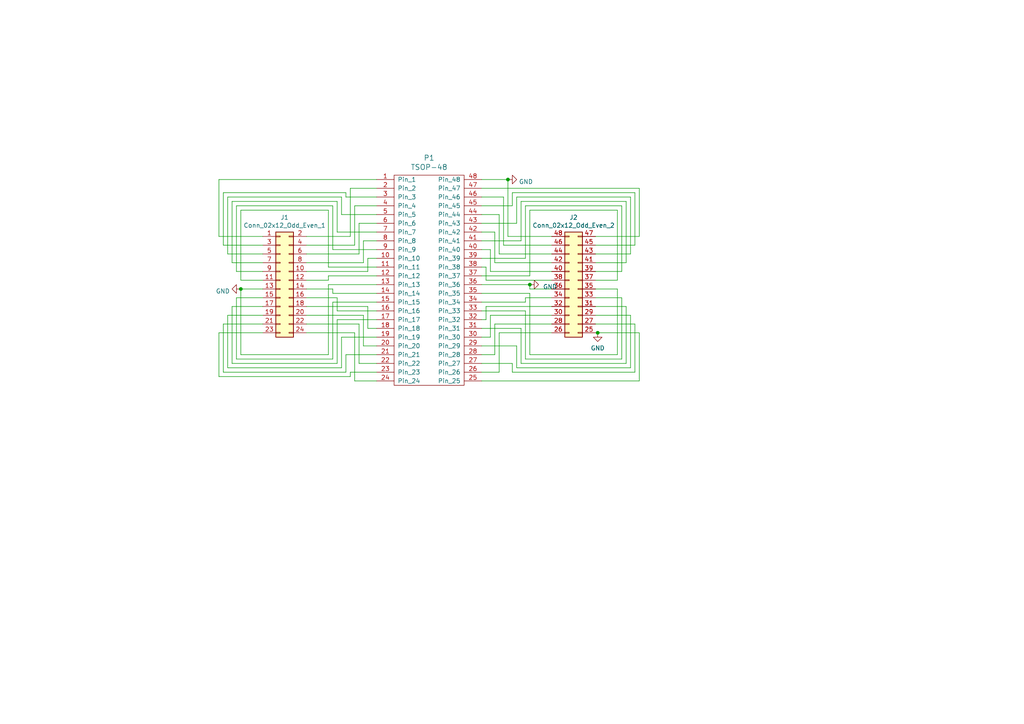
<source format=kicad_sch>
(kicad_sch (version 20230121) (generator eeschema)

  (uuid 9031a657-b4f6-420f-9d48-aeec9c326f7f)

  (paper "A4")

  (title_block
    (title "NANDO TSOP-48 adapter solder")
    (rev "v1.0")
  )

  (lib_symbols
    (symbol "nand_programmator:Conn_02x12_Odd_Even_Left" (pin_names (offset 1.016) hide) (in_bom yes) (on_board yes)
      (property "Reference" "J" (at 1.27 15.24 0)
        (effects (font (size 1.27 1.27)))
      )
      (property "Value" "Conn_02x12_Odd_Even_Left" (at 1.27 -17.78 0)
        (effects (font (size 1.27 1.27)))
      )
      (property "Footprint" "" (at 0 0 0)
        (effects (font (size 1.27 1.27)) hide)
      )
      (property "Datasheet" "~" (at 0 0 0)
        (effects (font (size 1.27 1.27)) hide)
      )
      (property "ki_keywords" "connector" (at 0 0 0)
        (effects (font (size 1.27 1.27)) hide)
      )
      (property "ki_description" "Generic connector, double row, 02x12, odd/even pin numbering scheme (row 1 odd numbers, row 2 even numbers), script generated (kicad-library-utils/schlib/autogen/connector/)" (at 0 0 0)
        (effects (font (size 1.27 1.27)) hide)
      )
      (property "ki_fp_filters" "Connector*:*_2x??_*" (at 0 0 0)
        (effects (font (size 1.27 1.27)) hide)
      )
      (symbol "Conn_02x12_Odd_Even_Left_1_1"
        (rectangle (start -1.27 -15.113) (end 0 -15.367)
          (stroke (width 0.1524) (type solid))
          (fill (type none))
        )
        (rectangle (start -1.27 -12.573) (end 0 -12.827)
          (stroke (width 0.1524) (type solid))
          (fill (type none))
        )
        (rectangle (start -1.27 -10.033) (end 0 -10.287)
          (stroke (width 0.1524) (type solid))
          (fill (type none))
        )
        (rectangle (start -1.27 -7.493) (end 0 -7.747)
          (stroke (width 0.1524) (type solid))
          (fill (type none))
        )
        (rectangle (start -1.27 -4.953) (end 0 -5.207)
          (stroke (width 0.1524) (type solid))
          (fill (type none))
        )
        (rectangle (start -1.27 -2.413) (end 0 -2.667)
          (stroke (width 0.1524) (type solid))
          (fill (type none))
        )
        (rectangle (start -1.27 0.127) (end 0 -0.127)
          (stroke (width 0.1524) (type solid))
          (fill (type none))
        )
        (rectangle (start -1.27 2.667) (end 0 2.413)
          (stroke (width 0.1524) (type solid))
          (fill (type none))
        )
        (rectangle (start -1.27 5.207) (end 0 4.953)
          (stroke (width 0.1524) (type solid))
          (fill (type none))
        )
        (rectangle (start -1.27 7.747) (end 0 7.493)
          (stroke (width 0.1524) (type solid))
          (fill (type none))
        )
        (rectangle (start -1.27 10.287) (end 0 10.033)
          (stroke (width 0.1524) (type solid))
          (fill (type none))
        )
        (rectangle (start -1.27 12.827) (end 0 12.573)
          (stroke (width 0.1524) (type solid))
          (fill (type none))
        )
        (rectangle (start -1.27 13.97) (end 3.81 -16.51)
          (stroke (width 0.254) (type solid))
          (fill (type background))
        )
        (rectangle (start 3.81 -15.113) (end 2.54 -15.367)
          (stroke (width 0.1524) (type solid))
          (fill (type none))
        )
        (rectangle (start 3.81 -12.573) (end 2.54 -12.827)
          (stroke (width 0.1524) (type solid))
          (fill (type none))
        )
        (rectangle (start 3.81 -10.033) (end 2.54 -10.287)
          (stroke (width 0.1524) (type solid))
          (fill (type none))
        )
        (rectangle (start 3.81 -7.493) (end 2.54 -7.747)
          (stroke (width 0.1524) (type solid))
          (fill (type none))
        )
        (rectangle (start 3.81 -4.953) (end 2.54 -5.207)
          (stroke (width 0.1524) (type solid))
          (fill (type none))
        )
        (rectangle (start 3.81 -2.413) (end 2.54 -2.667)
          (stroke (width 0.1524) (type solid))
          (fill (type none))
        )
        (rectangle (start 3.81 0.127) (end 2.54 -0.127)
          (stroke (width 0.1524) (type solid))
          (fill (type none))
        )
        (rectangle (start 3.81 2.667) (end 2.54 2.413)
          (stroke (width 0.1524) (type solid))
          (fill (type none))
        )
        (rectangle (start 3.81 5.207) (end 2.54 4.953)
          (stroke (width 0.1524) (type solid))
          (fill (type none))
        )
        (rectangle (start 3.81 7.747) (end 2.54 7.493)
          (stroke (width 0.1524) (type solid))
          (fill (type none))
        )
        (rectangle (start 3.81 10.287) (end 2.54 10.033)
          (stroke (width 0.1524) (type solid))
          (fill (type none))
        )
        (rectangle (start 3.81 12.827) (end 2.54 12.573)
          (stroke (width 0.1524) (type solid))
          (fill (type none))
        )
        (pin passive line (at -5.08 12.7 0) (length 3.81)
          (name "Pin_1" (effects (font (size 1.27 1.27))))
          (number "1" (effects (font (size 1.27 1.27))))
        )
        (pin passive line (at 7.62 2.54 180) (length 3.81)
          (name "Pin_10" (effects (font (size 1.27 1.27))))
          (number "10" (effects (font (size 1.27 1.27))))
        )
        (pin passive line (at -5.08 0 0) (length 3.81)
          (name "Pin_11" (effects (font (size 1.27 1.27))))
          (number "11" (effects (font (size 1.27 1.27))))
        )
        (pin passive line (at 7.62 0 180) (length 3.81)
          (name "Pin_12" (effects (font (size 1.27 1.27))))
          (number "12" (effects (font (size 1.27 1.27))))
        )
        (pin passive line (at -5.08 -2.54 0) (length 3.81)
          (name "Pin_13" (effects (font (size 1.27 1.27))))
          (number "13" (effects (font (size 1.27 1.27))))
        )
        (pin passive line (at 7.62 -2.54 180) (length 3.81)
          (name "Pin_14" (effects (font (size 1.27 1.27))))
          (number "14" (effects (font (size 1.27 1.27))))
        )
        (pin passive line (at -5.08 -5.08 0) (length 3.81)
          (name "Pin_15" (effects (font (size 1.27 1.27))))
          (number "15" (effects (font (size 1.27 1.27))))
        )
        (pin passive line (at 7.62 -5.08 180) (length 3.81)
          (name "Pin_16" (effects (font (size 1.27 1.27))))
          (number "16" (effects (font (size 1.27 1.27))))
        )
        (pin passive line (at -5.08 -7.62 0) (length 3.81)
          (name "Pin_17" (effects (font (size 1.27 1.27))))
          (number "17" (effects (font (size 1.27 1.27))))
        )
        (pin passive line (at 7.62 -7.62 180) (length 3.81)
          (name "Pin_18" (effects (font (size 1.27 1.27))))
          (number "18" (effects (font (size 1.27 1.27))))
        )
        (pin passive line (at -5.08 -10.16 0) (length 3.81)
          (name "Pin_19" (effects (font (size 1.27 1.27))))
          (number "19" (effects (font (size 1.27 1.27))))
        )
        (pin passive line (at 7.62 12.7 180) (length 3.81)
          (name "Pin_2" (effects (font (size 1.27 1.27))))
          (number "2" (effects (font (size 1.27 1.27))))
        )
        (pin passive line (at 7.62 -10.16 180) (length 3.81)
          (name "Pin_20" (effects (font (size 1.27 1.27))))
          (number "20" (effects (font (size 1.27 1.27))))
        )
        (pin passive line (at -5.08 -12.7 0) (length 3.81)
          (name "Pin_21" (effects (font (size 1.27 1.27))))
          (number "21" (effects (font (size 1.27 1.27))))
        )
        (pin passive line (at 7.62 -12.7 180) (length 3.81)
          (name "Pin_22" (effects (font (size 1.27 1.27))))
          (number "22" (effects (font (size 1.27 1.27))))
        )
        (pin passive line (at -5.08 -15.24 0) (length 3.81)
          (name "Pin_23" (effects (font (size 1.27 1.27))))
          (number "23" (effects (font (size 1.27 1.27))))
        )
        (pin passive line (at 7.62 -15.24 180) (length 3.81)
          (name "Pin_24" (effects (font (size 1.27 1.27))))
          (number "24" (effects (font (size 1.27 1.27))))
        )
        (pin passive line (at -5.08 10.16 0) (length 3.81)
          (name "Pin_3" (effects (font (size 1.27 1.27))))
          (number "3" (effects (font (size 1.27 1.27))))
        )
        (pin passive line (at 7.62 10.16 180) (length 3.81)
          (name "Pin_4" (effects (font (size 1.27 1.27))))
          (number "4" (effects (font (size 1.27 1.27))))
        )
        (pin passive line (at -5.08 7.62 0) (length 3.81)
          (name "Pin_5" (effects (font (size 1.27 1.27))))
          (number "5" (effects (font (size 1.27 1.27))))
        )
        (pin passive line (at 7.62 7.62 180) (length 3.81)
          (name "Pin_6" (effects (font (size 1.27 1.27))))
          (number "6" (effects (font (size 1.27 1.27))))
        )
        (pin passive line (at -5.08 5.08 0) (length 3.81)
          (name "Pin_7" (effects (font (size 1.27 1.27))))
          (number "7" (effects (font (size 1.27 1.27))))
        )
        (pin passive line (at 7.62 5.08 180) (length 3.81)
          (name "Pin_8" (effects (font (size 1.27 1.27))))
          (number "8" (effects (font (size 1.27 1.27))))
        )
        (pin passive line (at -5.08 2.54 0) (length 3.81)
          (name "Pin_9" (effects (font (size 1.27 1.27))))
          (number "9" (effects (font (size 1.27 1.27))))
        )
      )
    )
    (symbol "nand_programmator:Conn_02x12_Odd_Even_Right" (pin_names (offset 1.016) hide) (in_bom yes) (on_board yes)
      (property "Reference" "J" (at 1.27 15.24 0)
        (effects (font (size 1.27 1.27)))
      )
      (property "Value" "Conn_02x12_Odd_Even_Right" (at 1.27 -17.78 0)
        (effects (font (size 1.27 1.27)))
      )
      (property "Footprint" "" (at 0 0 0)
        (effects (font (size 1.27 1.27)) hide)
      )
      (property "Datasheet" "~" (at 0 0 0)
        (effects (font (size 1.27 1.27)) hide)
      )
      (property "ki_keywords" "connector" (at 0 0 0)
        (effects (font (size 1.27 1.27)) hide)
      )
      (property "ki_description" "Generic connector, double row, 02x12, odd/even pin numbering scheme (row 1 odd numbers, row 2 even numbers), script generated (kicad-library-utils/schlib/autogen/connector/)" (at 0 0 0)
        (effects (font (size 1.27 1.27)) hide)
      )
      (property "ki_fp_filters" "Connector*:*_2x??_*" (at 0 0 0)
        (effects (font (size 1.27 1.27)) hide)
      )
      (symbol "Conn_02x12_Odd_Even_Right_1_1"
        (rectangle (start -1.27 -15.113) (end 0 -15.367)
          (stroke (width 0.1524) (type solid))
          (fill (type none))
        )
        (rectangle (start -1.27 -12.573) (end 0 -12.827)
          (stroke (width 0.1524) (type solid))
          (fill (type none))
        )
        (rectangle (start -1.27 -10.033) (end 0 -10.287)
          (stroke (width 0.1524) (type solid))
          (fill (type none))
        )
        (rectangle (start -1.27 -7.493) (end 0 -7.747)
          (stroke (width 0.1524) (type solid))
          (fill (type none))
        )
        (rectangle (start -1.27 -4.953) (end 0 -5.207)
          (stroke (width 0.1524) (type solid))
          (fill (type none))
        )
        (rectangle (start -1.27 -2.413) (end 0 -2.667)
          (stroke (width 0.1524) (type solid))
          (fill (type none))
        )
        (rectangle (start -1.27 0.127) (end 0 -0.127)
          (stroke (width 0.1524) (type solid))
          (fill (type none))
        )
        (rectangle (start -1.27 2.667) (end 0 2.413)
          (stroke (width 0.1524) (type solid))
          (fill (type none))
        )
        (rectangle (start -1.27 5.207) (end 0 4.953)
          (stroke (width 0.1524) (type solid))
          (fill (type none))
        )
        (rectangle (start -1.27 7.747) (end 0 7.493)
          (stroke (width 0.1524) (type solid))
          (fill (type none))
        )
        (rectangle (start -1.27 10.287) (end 0 10.033)
          (stroke (width 0.1524) (type solid))
          (fill (type none))
        )
        (rectangle (start -1.27 12.827) (end 0 12.573)
          (stroke (width 0.1524) (type solid))
          (fill (type none))
        )
        (rectangle (start -1.27 13.97) (end 3.81 -16.51)
          (stroke (width 0.254) (type solid))
          (fill (type background))
        )
        (rectangle (start 3.81 -15.113) (end 2.54 -15.367)
          (stroke (width 0.1524) (type solid))
          (fill (type none))
        )
        (rectangle (start 3.81 -12.573) (end 2.54 -12.827)
          (stroke (width 0.1524) (type solid))
          (fill (type none))
        )
        (rectangle (start 3.81 -10.033) (end 2.54 -10.287)
          (stroke (width 0.1524) (type solid))
          (fill (type none))
        )
        (rectangle (start 3.81 -7.493) (end 2.54 -7.747)
          (stroke (width 0.1524) (type solid))
          (fill (type none))
        )
        (rectangle (start 3.81 -4.953) (end 2.54 -5.207)
          (stroke (width 0.1524) (type solid))
          (fill (type none))
        )
        (rectangle (start 3.81 -2.413) (end 2.54 -2.667)
          (stroke (width 0.1524) (type solid))
          (fill (type none))
        )
        (rectangle (start 3.81 0.127) (end 2.54 -0.127)
          (stroke (width 0.1524) (type solid))
          (fill (type none))
        )
        (rectangle (start 3.81 2.667) (end 2.54 2.413)
          (stroke (width 0.1524) (type solid))
          (fill (type none))
        )
        (rectangle (start 3.81 5.207) (end 2.54 4.953)
          (stroke (width 0.1524) (type solid))
          (fill (type none))
        )
        (rectangle (start 3.81 7.747) (end 2.54 7.493)
          (stroke (width 0.1524) (type solid))
          (fill (type none))
        )
        (rectangle (start 3.81 10.287) (end 2.54 10.033)
          (stroke (width 0.1524) (type solid))
          (fill (type none))
        )
        (rectangle (start 3.81 12.827) (end 2.54 12.573)
          (stroke (width 0.1524) (type solid))
          (fill (type none))
        )
        (pin passive line (at 7.62 -15.24 180) (length 3.81)
          (name "Pin_25" (effects (font (size 1.27 1.27))))
          (number "25" (effects (font (size 1.27 1.27))))
        )
        (pin passive line (at -5.08 -15.24 0) (length 3.81)
          (name "Pin_26" (effects (font (size 1.27 1.27))))
          (number "26" (effects (font (size 1.27 1.27))))
        )
        (pin passive line (at 7.62 -12.7 180) (length 3.81)
          (name "Pin_27" (effects (font (size 1.27 1.27))))
          (number "27" (effects (font (size 1.27 1.27))))
        )
        (pin passive line (at -5.08 -12.7 0) (length 3.81)
          (name "Pin_28" (effects (font (size 1.27 1.27))))
          (number "28" (effects (font (size 1.27 1.27))))
        )
        (pin passive line (at 7.62 -10.16 180) (length 3.81)
          (name "Pin_29" (effects (font (size 1.27 1.27))))
          (number "29" (effects (font (size 1.27 1.27))))
        )
        (pin passive line (at -5.08 -10.16 0) (length 3.81)
          (name "Pin_30" (effects (font (size 1.27 1.27))))
          (number "30" (effects (font (size 1.27 1.27))))
        )
        (pin passive line (at 7.62 -7.62 180) (length 3.81)
          (name "Pin_31" (effects (font (size 1.27 1.27))))
          (number "31" (effects (font (size 1.27 1.27))))
        )
        (pin passive line (at -5.08 -7.62 0) (length 3.81)
          (name "Pin_32" (effects (font (size 1.27 1.27))))
          (number "32" (effects (font (size 1.27 1.27))))
        )
        (pin passive line (at 7.62 -5.08 180) (length 3.81)
          (name "Pin_33" (effects (font (size 1.27 1.27))))
          (number "33" (effects (font (size 1.27 1.27))))
        )
        (pin passive line (at -5.08 -5.08 0) (length 3.81)
          (name "Pin_34" (effects (font (size 1.27 1.27))))
          (number "34" (effects (font (size 1.27 1.27))))
        )
        (pin passive line (at 7.62 -2.54 180) (length 3.81)
          (name "Pin_35" (effects (font (size 1.27 1.27))))
          (number "35" (effects (font (size 1.27 1.27))))
        )
        (pin passive line (at -5.08 -2.54 0) (length 3.81)
          (name "Pin_36" (effects (font (size 1.27 1.27))))
          (number "36" (effects (font (size 1.27 1.27))))
        )
        (pin passive line (at 7.62 0 180) (length 3.81)
          (name "Pin_37" (effects (font (size 1.27 1.27))))
          (number "37" (effects (font (size 1.27 1.27))))
        )
        (pin passive line (at -5.08 0 0) (length 3.81)
          (name "Pin_38" (effects (font (size 1.27 1.27))))
          (number "38" (effects (font (size 1.27 1.27))))
        )
        (pin passive line (at 7.62 2.54 180) (length 3.81)
          (name "Pin_39" (effects (font (size 1.27 1.27))))
          (number "39" (effects (font (size 1.27 1.27))))
        )
        (pin passive line (at -5.08 2.54 0) (length 3.81)
          (name "Pin_40" (effects (font (size 1.27 1.27))))
          (number "40" (effects (font (size 1.27 1.27))))
        )
        (pin passive line (at 7.62 5.08 180) (length 3.81)
          (name "Pin_41" (effects (font (size 1.27 1.27))))
          (number "41" (effects (font (size 1.27 1.27))))
        )
        (pin passive line (at -5.08 5.08 0) (length 3.81)
          (name "Pin_42" (effects (font (size 1.27 1.27))))
          (number "42" (effects (font (size 1.27 1.27))))
        )
        (pin passive line (at 7.62 7.62 180) (length 3.81)
          (name "Pin_43" (effects (font (size 1.27 1.27))))
          (number "43" (effects (font (size 1.27 1.27))))
        )
        (pin passive line (at -5.08 7.62 0) (length 3.81)
          (name "Pin_44" (effects (font (size 1.27 1.27))))
          (number "44" (effects (font (size 1.27 1.27))))
        )
        (pin passive line (at 7.62 10.16 180) (length 3.81)
          (name "Pin_45" (effects (font (size 1.27 1.27))))
          (number "45" (effects (font (size 1.27 1.27))))
        )
        (pin passive line (at -5.08 10.16 0) (length 3.81)
          (name "Pin_46" (effects (font (size 1.27 1.27))))
          (number "46" (effects (font (size 1.27 1.27))))
        )
        (pin passive line (at 7.62 12.7 180) (length 3.81)
          (name "Pin_47" (effects (font (size 1.27 1.27))))
          (number "47" (effects (font (size 1.27 1.27))))
        )
        (pin passive line (at -5.08 12.7 0) (length 3.81)
          (name "Pin_48" (effects (font (size 1.27 1.27))))
          (number "48" (effects (font (size 1.27 1.27))))
        )
      )
    )
    (symbol "nand_programmator:TSOP-48_adapter" (pin_names (offset 1.016)) (in_bom yes) (on_board yes)
      (property "Reference" "P" (at 0 -43.18 0)
        (effects (font (size 1.524 1.524)))
      )
      (property "Value" "TSOP-48_adapter" (at 0 21.59 0)
        (effects (font (size 1.524 1.524)))
      )
      (property "Footprint" "" (at 0 21.59 0)
        (effects (font (size 1.524 1.524)) hide)
      )
      (property "Datasheet" "" (at 0 21.59 0)
        (effects (font (size 1.524 1.524)) hide)
      )
      (symbol "TSOP-48_adapter_0_1"
        (rectangle (start -10.16 19.05) (end 10.16 -41.91)
          (stroke (width 0) (type solid))
          (fill (type none))
        )
      )
      (symbol "TSOP-48_adapter_1_1"
        (pin passive line (at -15.24 17.78 0) (length 5.08)
          (name "Pin_1" (effects (font (size 1.27 1.27))))
          (number "1" (effects (font (size 1.27 1.27))))
        )
        (pin passive line (at -15.24 -5.08 0) (length 5.08)
          (name "Pin_10" (effects (font (size 1.27 1.27))))
          (number "10" (effects (font (size 1.27 1.27))))
        )
        (pin passive line (at -15.24 -7.62 0) (length 5.08)
          (name "Pin_11" (effects (font (size 1.27 1.27))))
          (number "11" (effects (font (size 1.27 1.27))))
        )
        (pin passive line (at -15.24 -10.16 0) (length 5.08)
          (name "Pin_12" (effects (font (size 1.27 1.27))))
          (number "12" (effects (font (size 1.27 1.27))))
        )
        (pin passive line (at -15.24 -12.7 0) (length 5.08)
          (name "Pin_13" (effects (font (size 1.27 1.27))))
          (number "13" (effects (font (size 1.27 1.27))))
        )
        (pin passive line (at -15.24 -15.24 0) (length 5.08)
          (name "Pin_14" (effects (font (size 1.27 1.27))))
          (number "14" (effects (font (size 1.27 1.27))))
        )
        (pin passive line (at -15.24 -17.78 0) (length 5.08)
          (name "Pin_15" (effects (font (size 1.27 1.27))))
          (number "15" (effects (font (size 1.27 1.27))))
        )
        (pin passive line (at -15.24 -20.32 0) (length 5.08)
          (name "Pin_16" (effects (font (size 1.27 1.27))))
          (number "16" (effects (font (size 1.27 1.27))))
        )
        (pin passive line (at -15.24 -22.86 0) (length 5.08)
          (name "Pin_17" (effects (font (size 1.27 1.27))))
          (number "17" (effects (font (size 1.27 1.27))))
        )
        (pin passive line (at -15.24 -25.4 0) (length 5.08)
          (name "Pin_18" (effects (font (size 1.27 1.27))))
          (number "18" (effects (font (size 1.27 1.27))))
        )
        (pin passive line (at -15.24 -27.94 0) (length 5.08)
          (name "Pin_19" (effects (font (size 1.27 1.27))))
          (number "19" (effects (font (size 1.27 1.27))))
        )
        (pin passive line (at -15.24 15.24 0) (length 5.08)
          (name "Pin_2" (effects (font (size 1.27 1.27))))
          (number "2" (effects (font (size 1.27 1.27))))
        )
        (pin passive line (at -15.24 -30.48 0) (length 5.08)
          (name "Pin_20" (effects (font (size 1.27 1.27))))
          (number "20" (effects (font (size 1.27 1.27))))
        )
        (pin passive line (at -15.24 -33.02 0) (length 5.08)
          (name "Pin_21" (effects (font (size 1.27 1.27))))
          (number "21" (effects (font (size 1.27 1.27))))
        )
        (pin passive line (at -15.24 -35.56 0) (length 5.08)
          (name "Pin_22" (effects (font (size 1.27 1.27))))
          (number "22" (effects (font (size 1.27 1.27))))
        )
        (pin passive line (at -15.24 -38.1 0) (length 5.08)
          (name "Pin_23" (effects (font (size 1.27 1.27))))
          (number "23" (effects (font (size 1.27 1.27))))
        )
        (pin passive line (at -15.24 -40.64 0) (length 5.08)
          (name "Pin_24" (effects (font (size 1.27 1.27))))
          (number "24" (effects (font (size 1.27 1.27))))
        )
        (pin passive line (at 15.24 -40.64 180) (length 5.08)
          (name "Pin_25" (effects (font (size 1.27 1.27))))
          (number "25" (effects (font (size 1.27 1.27))))
        )
        (pin passive line (at 15.24 -38.1 180) (length 5.08)
          (name "Pin_26" (effects (font (size 1.27 1.27))))
          (number "26" (effects (font (size 1.27 1.27))))
        )
        (pin passive line (at 15.24 -35.56 180) (length 5.08)
          (name "Pin_27" (effects (font (size 1.27 1.27))))
          (number "27" (effects (font (size 1.27 1.27))))
        )
        (pin passive line (at 15.24 -33.02 180) (length 5.08)
          (name "Pin_28" (effects (font (size 1.27 1.27))))
          (number "28" (effects (font (size 1.27 1.27))))
        )
        (pin passive line (at 15.24 -30.48 180) (length 5.08)
          (name "Pin_29" (effects (font (size 1.27 1.27))))
          (number "29" (effects (font (size 1.27 1.27))))
        )
        (pin passive line (at -15.24 12.7 0) (length 5.08)
          (name "Pin_3" (effects (font (size 1.27 1.27))))
          (number "3" (effects (font (size 1.27 1.27))))
        )
        (pin passive line (at 15.24 -27.94 180) (length 5.08)
          (name "Pin_30" (effects (font (size 1.27 1.27))))
          (number "30" (effects (font (size 1.27 1.27))))
        )
        (pin passive line (at 15.24 -25.4 180) (length 5.08)
          (name "Pin_31" (effects (font (size 1.27 1.27))))
          (number "31" (effects (font (size 1.27 1.27))))
        )
        (pin passive line (at 15.24 -22.86 180) (length 5.08)
          (name "Pin_32" (effects (font (size 1.27 1.27))))
          (number "32" (effects (font (size 1.27 1.27))))
        )
        (pin passive line (at 15.24 -20.32 180) (length 5.08)
          (name "Pin_33" (effects (font (size 1.27 1.27))))
          (number "33" (effects (font (size 1.27 1.27))))
        )
        (pin passive line (at 15.24 -17.78 180) (length 5.08)
          (name "Pin_34" (effects (font (size 1.27 1.27))))
          (number "34" (effects (font (size 1.27 1.27))))
        )
        (pin passive line (at 15.24 -15.24 180) (length 5.08)
          (name "Pin_35" (effects (font (size 1.27 1.27))))
          (number "35" (effects (font (size 1.27 1.27))))
        )
        (pin passive line (at 15.24 -12.7 180) (length 5.08)
          (name "Pin_36" (effects (font (size 1.27 1.27))))
          (number "36" (effects (font (size 1.27 1.27))))
        )
        (pin passive line (at 15.24 -10.16 180) (length 5.08)
          (name "Pin_37" (effects (font (size 1.27 1.27))))
          (number "37" (effects (font (size 1.27 1.27))))
        )
        (pin passive line (at 15.24 -7.62 180) (length 5.08)
          (name "Pin_38" (effects (font (size 1.27 1.27))))
          (number "38" (effects (font (size 1.27 1.27))))
        )
        (pin passive line (at 15.24 -5.08 180) (length 5.08)
          (name "Pin_39" (effects (font (size 1.27 1.27))))
          (number "39" (effects (font (size 1.27 1.27))))
        )
        (pin passive line (at -15.24 10.16 0) (length 5.08)
          (name "Pin_4" (effects (font (size 1.27 1.27))))
          (number "4" (effects (font (size 1.27 1.27))))
        )
        (pin passive line (at 15.24 -2.54 180) (length 5.08)
          (name "Pin_40" (effects (font (size 1.27 1.27))))
          (number "40" (effects (font (size 1.27 1.27))))
        )
        (pin passive line (at 15.24 0 180) (length 5.08)
          (name "Pin_41" (effects (font (size 1.27 1.27))))
          (number "41" (effects (font (size 1.27 1.27))))
        )
        (pin passive line (at 15.24 2.54 180) (length 5.08)
          (name "Pin_42" (effects (font (size 1.27 1.27))))
          (number "42" (effects (font (size 1.27 1.27))))
        )
        (pin passive line (at 15.24 5.08 180) (length 5.08)
          (name "Pin_43" (effects (font (size 1.27 1.27))))
          (number "43" (effects (font (size 1.27 1.27))))
        )
        (pin passive line (at 15.24 7.62 180) (length 5.08)
          (name "Pin_44" (effects (font (size 1.27 1.27))))
          (number "44" (effects (font (size 1.27 1.27))))
        )
        (pin passive line (at 15.24 10.16 180) (length 5.08)
          (name "Pin_45" (effects (font (size 1.27 1.27))))
          (number "45" (effects (font (size 1.27 1.27))))
        )
        (pin passive line (at 15.24 12.7 180) (length 5.08)
          (name "Pin_46" (effects (font (size 1.27 1.27))))
          (number "46" (effects (font (size 1.27 1.27))))
        )
        (pin passive line (at 15.24 15.24 180) (length 5.08)
          (name "Pin_47" (effects (font (size 1.27 1.27))))
          (number "47" (effects (font (size 1.27 1.27))))
        )
        (pin passive line (at 15.24 17.78 180) (length 5.08)
          (name "Pin_48" (effects (font (size 1.27 1.27))))
          (number "48" (effects (font (size 1.27 1.27))))
        )
        (pin passive line (at -15.24 7.62 0) (length 5.08)
          (name "Pin_5" (effects (font (size 1.27 1.27))))
          (number "5" (effects (font (size 1.27 1.27))))
        )
        (pin passive line (at -15.24 5.08 0) (length 5.08)
          (name "Pin_6" (effects (font (size 1.27 1.27))))
          (number "6" (effects (font (size 1.27 1.27))))
        )
        (pin passive line (at -15.24 2.54 0) (length 5.08)
          (name "Pin_7" (effects (font (size 1.27 1.27))))
          (number "7" (effects (font (size 1.27 1.27))))
        )
        (pin passive line (at -15.24 0 0) (length 5.08)
          (name "Pin_8" (effects (font (size 1.27 1.27))))
          (number "8" (effects (font (size 1.27 1.27))))
        )
        (pin passive line (at -15.24 -2.54 0) (length 5.08)
          (name "Pin_9" (effects (font (size 1.27 1.27))))
          (number "9" (effects (font (size 1.27 1.27))))
        )
      )
    )
    (symbol "power:GND" (power) (pin_names (offset 0)) (in_bom yes) (on_board yes)
      (property "Reference" "#PWR" (at 0 -6.35 0)
        (effects (font (size 1.27 1.27)) hide)
      )
      (property "Value" "GND" (at 0 -3.81 0)
        (effects (font (size 1.27 1.27)))
      )
      (property "Footprint" "" (at 0 0 0)
        (effects (font (size 1.27 1.27)) hide)
      )
      (property "Datasheet" "" (at 0 0 0)
        (effects (font (size 1.27 1.27)) hide)
      )
      (property "ki_keywords" "global power" (at 0 0 0)
        (effects (font (size 1.27 1.27)) hide)
      )
      (property "ki_description" "Power symbol creates a global label with name \"GND\" , ground" (at 0 0 0)
        (effects (font (size 1.27 1.27)) hide)
      )
      (symbol "GND_0_1"
        (polyline
          (pts
            (xy 0 0)
            (xy 0 -1.27)
            (xy 1.27 -1.27)
            (xy 0 -2.54)
            (xy -1.27 -1.27)
            (xy 0 -1.27)
          )
          (stroke (width 0) (type default))
          (fill (type none))
        )
      )
      (symbol "GND_1_1"
        (pin power_in line (at 0 0 270) (length 0) hide
          (name "GND" (effects (font (size 1.27 1.27))))
          (number "1" (effects (font (size 1.27 1.27))))
        )
      )
    )
  )

  (junction (at 153.67 82.55) (diameter 0) (color 0 0 0 0)
    (uuid 57c003a9-af3e-4918-8742-6f781c188b23)
  )
  (junction (at 69.85 83.82) (diameter 0) (color 0 0 0 0)
    (uuid 781cac42-bd94-4189-832e-70d04db3859d)
  )
  (junction (at 173.355 96.52) (diameter 0) (color 0 0 0 0)
    (uuid 7d686ba6-b74a-4887-9200-ed8d7535acc2)
  )
  (junction (at 147.32 52.07) (diameter 0) (color 0 0 0 0)
    (uuid 8faae16f-9ef7-4012-a451-439d44560dd1)
  )

  (wire (pts (xy 160.02 83.82) (xy 153.67 83.82))
    (stroke (width 0) (type default))
    (uuid 0040be89-ddf3-426b-9cd1-455e6b7fffdf)
  )
  (wire (pts (xy 149.86 64.77) (xy 139.7 64.77))
    (stroke (width 0) (type default))
    (uuid 008ae8cf-0e52-4374-b323-abb707367014)
  )
  (wire (pts (xy 143.51 67.31) (xy 139.7 67.31))
    (stroke (width 0) (type default))
    (uuid 03721dbd-fc47-48b4-8278-79d3ce740907)
  )
  (wire (pts (xy 99.06 106.68) (xy 99.06 97.79))
    (stroke (width 0) (type default))
    (uuid 03771bbf-3738-4061-85aa-f663ef301320)
  )
  (wire (pts (xy 153.67 102.87) (xy 153.67 85.09))
    (stroke (width 0) (type default))
    (uuid 0741cebb-f120-4fd7-bc54-fb852877653f)
  )
  (wire (pts (xy 101.6 54.61) (xy 109.22 54.61))
    (stroke (width 0) (type default))
    (uuid 075e9eed-63c5-4c17-a432-ba38d9320227)
  )
  (wire (pts (xy 67.31 58.42) (xy 97.79 58.42))
    (stroke (width 0) (type default))
    (uuid 07ccae98-9ddb-452c-aa5e-c43e15789bad)
  )
  (wire (pts (xy 160.02 71.12) (xy 146.05 71.12))
    (stroke (width 0) (type default))
    (uuid 0bf4bd74-cb59-4878-9d38-9f5ae85b26f7)
  )
  (wire (pts (xy 148.59 59.69) (xy 139.7 59.69))
    (stroke (width 0) (type default))
    (uuid 0bf73e01-30c7-47c6-8329-fb43e238823a)
  )
  (wire (pts (xy 68.58 104.14) (xy 96.52 104.14))
    (stroke (width 0) (type default))
    (uuid 0c6f1d08-8c2b-4ffa-84a3-6982cf86054f)
  )
  (wire (pts (xy 95.25 102.87) (xy 95.25 82.55))
    (stroke (width 0) (type default))
    (uuid 0df52591-f7c9-43d5-89ca-137172f24a53)
  )
  (wire (pts (xy 160.02 93.98) (xy 143.51 93.98))
    (stroke (width 0) (type default))
    (uuid 0e7f6ecf-812d-4ad9-bc1e-5defb96db082)
  )
  (wire (pts (xy 69.85 81.28) (xy 76.2 81.28))
    (stroke (width 0) (type default))
    (uuid 0f4b627c-21d6-4043-861d-6489e7a92a29)
  )
  (wire (pts (xy 153.67 60.96) (xy 153.67 80.01))
    (stroke (width 0) (type default))
    (uuid 10158ed8-4ee8-4d0f-95fb-efc9c6194cbc)
  )
  (wire (pts (xy 64.77 55.88) (xy 100.33 55.88))
    (stroke (width 0) (type default))
    (uuid 10838ae6-82da-4996-b3ec-aba45bf1aaa1)
  )
  (wire (pts (xy 160.02 81.28) (xy 140.97 81.28))
    (stroke (width 0) (type default))
    (uuid 1141aaab-4cde-4bbb-92f7-ca647a95234c)
  )
  (wire (pts (xy 63.5 68.58) (xy 63.5 52.07))
    (stroke (width 0) (type default))
    (uuid 1ed07e58-9fa2-4160-901e-992397ec7475)
  )
  (wire (pts (xy 67.31 88.9) (xy 67.31 105.41))
    (stroke (width 0) (type default))
    (uuid 1fb07856-0d33-48d5-b448-ec1c0c417c9a)
  )
  (wire (pts (xy 160.02 78.74) (xy 142.24 78.74))
    (stroke (width 0) (type default))
    (uuid 21676daf-0c2d-474c-bb50-10b54b9fa661)
  )
  (wire (pts (xy 76.2 73.66) (xy 66.04 73.66))
    (stroke (width 0) (type default))
    (uuid 2199228d-ba59-4e59-b910-d0b68c051051)
  )
  (wire (pts (xy 100.33 102.87) (xy 109.22 102.87))
    (stroke (width 0) (type default))
    (uuid 21c3ec1b-f320-452a-b7e4-07ddf712db5e)
  )
  (wire (pts (xy 96.52 104.14) (xy 96.52 87.63))
    (stroke (width 0) (type default))
    (uuid 2440383f-605e-42b2-adc6-28ccf0677a05)
  )
  (wire (pts (xy 104.14 64.77) (xy 109.22 64.77))
    (stroke (width 0) (type default))
    (uuid 258b76cb-105b-47dc-bcc4-cd17c2c72d2e)
  )
  (wire (pts (xy 185.42 110.49) (xy 139.7 110.49))
    (stroke (width 0) (type default))
    (uuid 263e8092-2d6b-4a4c-a693-f8e3564bb603)
  )
  (wire (pts (xy 181.61 88.9) (xy 181.61 105.41))
    (stroke (width 0) (type default))
    (uuid 286a7399-635f-403f-8543-91a1f408ddc4)
  )
  (wire (pts (xy 151.13 105.41) (xy 151.13 95.25))
    (stroke (width 0) (type default))
    (uuid 2ad529b6-6910-41bc-b715-8c984f067d7f)
  )
  (wire (pts (xy 152.4 86.36) (xy 152.4 87.63))
    (stroke (width 0) (type default))
    (uuid 2c937a6d-3856-403a-944e-2f4f989f17f6)
  )
  (wire (pts (xy 96.52 85.09) (xy 109.22 85.09))
    (stroke (width 0) (type default))
    (uuid 2d228a4e-f34d-40e2-84ab-a7e59c55aea1)
  )
  (wire (pts (xy 152.4 104.14) (xy 152.4 90.17))
    (stroke (width 0) (type default))
    (uuid 2da1a723-7654-4d69-a3fa-e0a93c3202e5)
  )
  (wire (pts (xy 88.9 93.98) (xy 104.14 93.98))
    (stroke (width 0) (type default))
    (uuid 2e52b0cd-b1ac-4e74-9b70-bbcba0e96ad1)
  )
  (wire (pts (xy 152.4 90.17) (xy 139.7 90.17))
    (stroke (width 0) (type default))
    (uuid 3393c429-38af-44bf-a4f4-f205435629b5)
  )
  (wire (pts (xy 102.87 71.12) (xy 102.87 59.69))
    (stroke (width 0) (type default))
    (uuid 33febf06-6963-4f54-9859-2de2af9ce081)
  )
  (wire (pts (xy 76.2 76.2) (xy 67.31 76.2))
    (stroke (width 0) (type default))
    (uuid 35ae5f02-1a24-4d7d-b74e-d17ac045b134)
  )
  (wire (pts (xy 172.72 88.9) (xy 181.61 88.9))
    (stroke (width 0) (type default))
    (uuid 3769baa0-c33d-43f3-9b8e-c3cbae2f8fb6)
  )
  (wire (pts (xy 173.355 96.52) (xy 185.42 96.52))
    (stroke (width 0) (type default))
    (uuid 393b26d4-e01e-4029-9216-0b6cd2db78a4)
  )
  (wire (pts (xy 149.86 106.68) (xy 149.86 100.33))
    (stroke (width 0) (type default))
    (uuid 39e40112-0078-4335-9621-88789e34ea81)
  )
  (wire (pts (xy 148.59 107.95) (xy 148.59 105.41))
    (stroke (width 0) (type default))
    (uuid 3aa3413f-bbc4-4d06-95cc-cd115a6c678b)
  )
  (wire (pts (xy 140.97 92.71) (xy 139.7 92.71))
    (stroke (width 0) (type default))
    (uuid 3ab24d86-3f8a-4504-98de-2c1e2333bba5)
  )
  (wire (pts (xy 179.07 60.96) (xy 153.67 60.96))
    (stroke (width 0) (type default))
    (uuid 3f8ff515-d3b9-4dcc-a5d4-30f7b1e6858f)
  )
  (wire (pts (xy 181.61 105.41) (xy 151.13 105.41))
    (stroke (width 0) (type default))
    (uuid 4288ac7b-317c-4e0f-a077-1e72b56f45ac)
  )
  (wire (pts (xy 63.5 52.07) (xy 109.22 52.07))
    (stroke (width 0) (type default))
    (uuid 4480d22b-286f-4896-8df8-93269b4e44f8)
  )
  (wire (pts (xy 106.68 95.25) (xy 109.22 95.25))
    (stroke (width 0) (type default))
    (uuid 479702eb-b2a4-4fa7-946f-8c7d1cc6a4af)
  )
  (wire (pts (xy 172.72 73.66) (xy 182.88 73.66))
    (stroke (width 0) (type default))
    (uuid 47afb718-14d2-47aa-8e3c-367ab810e75a)
  )
  (wire (pts (xy 172.72 71.12) (xy 184.15 71.12))
    (stroke (width 0) (type default))
    (uuid 49ea6efb-1940-42a8-9e68-353f01fbc86f)
  )
  (wire (pts (xy 172.72 76.2) (xy 181.61 76.2))
    (stroke (width 0) (type default))
    (uuid 4b21ab4f-a4c7-4d57-b16a-890609cd99e5)
  )
  (wire (pts (xy 76.2 68.58) (xy 63.5 68.58))
    (stroke (width 0) (type default))
    (uuid 4dbd5315-9332-48a7-9262-4ae09ef27c17)
  )
  (wire (pts (xy 97.79 67.31) (xy 109.22 67.31))
    (stroke (width 0) (type default))
    (uuid 4e7447b2-85c8-4b84-8763-367364b8abd3)
  )
  (wire (pts (xy 64.77 93.98) (xy 64.77 107.95))
    (stroke (width 0) (type default))
    (uuid 50f145df-d8c1-45c1-9eeb-7b07adee3b18)
  )
  (wire (pts (xy 172.72 78.74) (xy 180.34 78.74))
    (stroke (width 0) (type default))
    (uuid 52819532-6bc8-456d-915e-2953d5387e37)
  )
  (wire (pts (xy 97.79 58.42) (xy 97.79 67.31))
    (stroke (width 0) (type default))
    (uuid 52c525fe-fe3d-4d04-acf4-5422741ed5b4)
  )
  (wire (pts (xy 88.9 88.9) (xy 106.68 88.9))
    (stroke (width 0) (type default))
    (uuid 538cfe37-d212-4c62-aab4-ab1cf48146b3)
  )
  (wire (pts (xy 160.02 86.36) (xy 152.4 86.36))
    (stroke (width 0) (type default))
    (uuid 54cb9c2a-91c5-424a-b412-471a85f51bd2)
  )
  (wire (pts (xy 153.67 80.01) (xy 139.7 80.01))
    (stroke (width 0) (type default))
    (uuid 56eb9dfd-6afd-4d4a-8565-13125e944128)
  )
  (wire (pts (xy 143.51 93.98) (xy 143.51 102.87))
    (stroke (width 0) (type default))
    (uuid 579ffdc9-c75b-4577-a24e-19af73041b7c)
  )
  (wire (pts (xy 182.88 106.68) (xy 149.86 106.68))
    (stroke (width 0) (type default))
    (uuid 5a6d3d95-0f4a-4be6-933e-ec2bac9bcce2)
  )
  (wire (pts (xy 88.9 76.2) (xy 105.41 76.2))
    (stroke (width 0) (type default))
    (uuid 5c3293b4-b607-4f4f-9eb7-35beba5c80b8)
  )
  (wire (pts (xy 184.15 93.98) (xy 184.15 107.95))
    (stroke (width 0) (type default))
    (uuid 5cc1bff8-7036-4130-ab36-01aefd7c9514)
  )
  (wire (pts (xy 184.15 71.12) (xy 184.15 55.88))
    (stroke (width 0) (type default))
    (uuid 5d289181-e2b6-4487-9648-21ffb775d62d)
  )
  (wire (pts (xy 96.52 83.82) (xy 96.52 85.09))
    (stroke (width 0) (type default))
    (uuid 5ed6f0ce-922a-48b6-b27e-ac298427a107)
  )
  (wire (pts (xy 179.07 81.28) (xy 179.07 60.96))
    (stroke (width 0) (type default))
    (uuid 5f18a393-87c8-430f-9f99-7af031ac1676)
  )
  (wire (pts (xy 172.72 68.58) (xy 185.42 68.58))
    (stroke (width 0) (type default))
    (uuid 601ee0a3-444c-47a1-b07b-510054791808)
  )
  (wire (pts (xy 185.42 54.61) (xy 139.7 54.61))
    (stroke (width 0) (type default))
    (uuid 6094290b-55d6-448f-906d-e267054e13bc)
  )
  (wire (pts (xy 172.72 81.28) (xy 179.07 81.28))
    (stroke (width 0) (type default))
    (uuid 60e78d64-d325-46ee-b2d0-93504f16ce78)
  )
  (wire (pts (xy 172.72 96.52) (xy 173.355 96.52))
    (stroke (width 0) (type default))
    (uuid 60fc9ba0-4c98-4cc9-9b81-bc9089d5d34e)
  )
  (wire (pts (xy 144.78 96.52) (xy 144.78 107.95))
    (stroke (width 0) (type default))
    (uuid 6589885d-442e-4c55-a82f-df67121e0464)
  )
  (wire (pts (xy 97.79 90.17) (xy 109.22 90.17))
    (stroke (width 0) (type default))
    (uuid 665f02e3-2b8e-4083-9665-27faf1fd23b3)
  )
  (wire (pts (xy 184.15 55.88) (xy 148.59 55.88))
    (stroke (width 0) (type default))
    (uuid 667d6401-7313-4877-baab-50c4350a9f44)
  )
  (wire (pts (xy 146.05 57.15) (xy 139.7 57.15))
    (stroke (width 0) (type default))
    (uuid 66d51426-7608-43c7-b3f4-8aec39416b78)
  )
  (wire (pts (xy 142.24 97.79) (xy 139.7 97.79))
    (stroke (width 0) (type default))
    (uuid 683641f9-9879-495d-afbc-3a4cb33aa2a2)
  )
  (wire (pts (xy 66.04 91.44) (xy 66.04 106.68))
    (stroke (width 0) (type default))
    (uuid 6890bd1d-0d84-43fd-95e2-ee8276b7b1f0)
  )
  (wire (pts (xy 88.9 78.74) (xy 106.68 78.74))
    (stroke (width 0) (type default))
    (uuid 6a0dfbf0-10f9-4f88-acc2-bb17bf3f032b)
  )
  (wire (pts (xy 142.24 78.74) (xy 142.24 72.39))
    (stroke (width 0) (type default))
    (uuid 6b44f7bc-a3e2-4ea7-bc16-3f05ee2a7765)
  )
  (wire (pts (xy 101.6 68.58) (xy 101.6 54.61))
    (stroke (width 0) (type default))
    (uuid 6b521173-6dad-4f9a-99bb-50537ae2694d)
  )
  (wire (pts (xy 160.02 73.66) (xy 144.78 73.66))
    (stroke (width 0) (type default))
    (uuid 6b52fa37-1421-4f1d-b654-b7c7344e8a63)
  )
  (wire (pts (xy 179.07 83.82) (xy 179.07 102.87))
    (stroke (width 0) (type default))
    (uuid 6d92dfe9-7e2e-4878-a428-74da281da8a4)
  )
  (wire (pts (xy 140.97 88.9) (xy 140.97 92.71))
    (stroke (width 0) (type default))
    (uuid 6fcee203-cf70-4b44-bf74-33d7bcc38998)
  )
  (wire (pts (xy 140.97 81.28) (xy 140.97 77.47))
    (stroke (width 0) (type default))
    (uuid 712ae51a-deb7-4248-b0d5-141bd8b0ca3f)
  )
  (wire (pts (xy 106.68 78.74) (xy 106.68 74.93))
    (stroke (width 0) (type default))
    (uuid 7267c647-535f-421e-80f5-d0e7ec2f3700)
  )
  (wire (pts (xy 102.87 59.69) (xy 109.22 59.69))
    (stroke (width 0) (type default))
    (uuid 728e3f93-c4da-4886-a40c-522d2bb74fba)
  )
  (wire (pts (xy 149.86 57.15) (xy 149.86 64.77))
    (stroke (width 0) (type default))
    (uuid 75036185-4309-467d-b850-25ed853fc374)
  )
  (wire (pts (xy 151.13 69.85) (xy 139.7 69.85))
    (stroke (width 0) (type default))
    (uuid 75347d00-f5fb-44cb-9b0e-81f2a52ea14f)
  )
  (wire (pts (xy 97.79 105.41) (xy 97.79 92.71))
    (stroke (width 0) (type default))
    (uuid 758a1987-fccd-44a1-a9ad-97b3a639f1c5)
  )
  (wire (pts (xy 144.78 73.66) (xy 144.78 62.23))
    (stroke (width 0) (type default))
    (uuid 797c6801-895f-45e4-8003-e482543fda29)
  )
  (wire (pts (xy 99.06 97.79) (xy 109.22 97.79))
    (stroke (width 0) (type default))
    (uuid 7a74971a-408c-402a-ac6c-b473ebb5943a)
  )
  (wire (pts (xy 96.52 87.63) (xy 109.22 87.63))
    (stroke (width 0) (type default))
    (uuid 7a880dbc-e129-48a3-8114-37dbf22ff735)
  )
  (wire (pts (xy 96.52 72.39) (xy 109.22 72.39))
    (stroke (width 0) (type default))
    (uuid 7bac4bd2-461d-40e3-86e7-a29ce8844b55)
  )
  (wire (pts (xy 151.13 95.25) (xy 139.7 95.25))
    (stroke (width 0) (type default))
    (uuid 7bd0c862-b15f-4805-aa6b-aaf86b0e8633)
  )
  (wire (pts (xy 151.13 58.42) (xy 151.13 69.85))
    (stroke (width 0) (type default))
    (uuid 7c53a849-c780-46d0-ba35-20dcd8d70918)
  )
  (wire (pts (xy 69.85 60.96) (xy 95.25 60.96))
    (stroke (width 0) (type default))
    (uuid 7c9a0ff7-21c4-4b6b-8b65-0e0c8443c143)
  )
  (wire (pts (xy 180.34 86.36) (xy 180.34 104.14))
    (stroke (width 0) (type default))
    (uuid 7d77a0f7-329d-4331-be75-fff08da9e5fc)
  )
  (wire (pts (xy 101.6 109.22) (xy 101.6 107.95))
    (stroke (width 0) (type default))
    (uuid 7da91dfc-435a-4d15-b37b-ff7dde7c479e)
  )
  (wire (pts (xy 147.32 68.58) (xy 147.32 52.07))
    (stroke (width 0) (type default))
    (uuid 80dce994-b5c5-4196-b81f-be75df302d08)
  )
  (wire (pts (xy 142.24 72.39) (xy 139.7 72.39))
    (stroke (width 0) (type default))
    (uuid 81b3e6b5-4992-4be3-b6b5-7a7b7cc0e57e)
  )
  (wire (pts (xy 64.77 71.12) (xy 64.77 55.88))
    (stroke (width 0) (type default))
    (uuid 82a5ca50-d9f4-4fa1-a8ed-48d54df17831)
  )
  (wire (pts (xy 88.9 68.58) (xy 101.6 68.58))
    (stroke (width 0) (type default))
    (uuid 838f8ef5-6598-40bc-a778-b615508560f3)
  )
  (wire (pts (xy 64.77 107.95) (xy 100.33 107.95))
    (stroke (width 0) (type default))
    (uuid 843a03f3-30d2-4adb-8118-879132f416b0)
  )
  (wire (pts (xy 104.14 105.41) (xy 109.22 105.41))
    (stroke (width 0) (type default))
    (uuid 847afddf-192d-4d7d-bee8-4afcfc08591c)
  )
  (wire (pts (xy 172.72 91.44) (xy 182.88 91.44))
    (stroke (width 0) (type default))
    (uuid 86d03be7-11c4-4e83-98de-4203b751af16)
  )
  (wire (pts (xy 88.9 71.12) (xy 102.87 71.12))
    (stroke (width 0) (type default))
    (uuid 89854876-a083-47fc-8b60-810eecaab7df)
  )
  (wire (pts (xy 99.06 62.23) (xy 109.22 62.23))
    (stroke (width 0) (type default))
    (uuid 8c4d0522-4a4c-4cbe-bdd3-2223472c7452)
  )
  (wire (pts (xy 160.02 88.9) (xy 140.97 88.9))
    (stroke (width 0) (type default))
    (uuid 8ed65eec-aa21-4d2f-8ac1-ddd45bfe235d)
  )
  (wire (pts (xy 63.5 109.22) (xy 101.6 109.22))
    (stroke (width 0) (type default))
    (uuid 91270800-755b-4c32-a133-140e23a7b09a)
  )
  (wire (pts (xy 185.42 68.58) (xy 185.42 54.61))
    (stroke (width 0) (type default))
    (uuid 91294609-3623-4963-9bbd-e398b949557e)
  )
  (wire (pts (xy 63.5 96.52) (xy 63.5 109.22))
    (stroke (width 0) (type default))
    (uuid 91809b62-ec11-4ec0-a3cd-1723a00aeaee)
  )
  (wire (pts (xy 172.72 93.98) (xy 184.15 93.98))
    (stroke (width 0) (type default))
    (uuid 9366dccb-5ecd-4520-ab66-c58cb2f2fbff)
  )
  (wire (pts (xy 100.33 55.88) (xy 100.33 57.15))
    (stroke (width 0) (type default))
    (uuid 940c851b-6239-4f8c-a680-f15fbf04f521)
  )
  (wire (pts (xy 146.05 71.12) (xy 146.05 57.15))
    (stroke (width 0) (type default))
    (uuid 94945f79-017f-42f4-a598-50a6324c571f)
  )
  (wire (pts (xy 69.85 102.87) (xy 95.25 102.87))
    (stroke (width 0) (type default))
    (uuid 95200789-13c5-4bf7-bd64-7fecb160679a)
  )
  (wire (pts (xy 172.72 83.82) (xy 179.07 83.82))
    (stroke (width 0) (type default))
    (uuid 998646f6-28a9-4877-8d38-c4efd25c502f)
  )
  (wire (pts (xy 76.2 78.74) (xy 68.58 78.74))
    (stroke (width 0) (type default))
    (uuid 9a333c52-b13f-4bb3-9601-aa43ff7d3ad2)
  )
  (wire (pts (xy 105.41 76.2) (xy 105.41 69.85))
    (stroke (width 0) (type default))
    (uuid 9c5b30ee-1bd1-4f37-8a84-a568255e87c1)
  )
  (wire (pts (xy 160.02 96.52) (xy 144.78 96.52))
    (stroke (width 0) (type default))
    (uuid 9cef80c1-8e7c-422d-aa2f-41091a81e2e1)
  )
  (wire (pts (xy 143.51 102.87) (xy 139.7 102.87))
    (stroke (width 0) (type default))
    (uuid 9eba29a5-af62-4d54-ab06-9e08c19a135e)
  )
  (wire (pts (xy 69.85 83.82) (xy 69.85 102.87))
    (stroke (width 0) (type default))
    (uuid 9f46c78b-69c3-45ae-9239-64d2d39b542e)
  )
  (wire (pts (xy 97.79 86.36) (xy 97.79 90.17))
    (stroke (width 0) (type default))
    (uuid 9faaba60-1892-4a80-963d-58c608e22947)
  )
  (wire (pts (xy 68.58 78.74) (xy 68.58 59.69))
    (stroke (width 0) (type default))
    (uuid 9fb3ee9c-df63-4ea9-b790-d22c188d8eda)
  )
  (wire (pts (xy 184.15 107.95) (xy 148.59 107.95))
    (stroke (width 0) (type default))
    (uuid a11d4259-c0ea-449c-b3a1-0be29370bbeb)
  )
  (wire (pts (xy 95.25 80.01) (xy 109.22 80.01))
    (stroke (width 0) (type default))
    (uuid a1e22d82-1075-4455-a06e-fafe1f192b13)
  )
  (wire (pts (xy 95.25 60.96) (xy 95.25 77.47))
    (stroke (width 0) (type default))
    (uuid a2fad9a1-5fa2-49a9-b126-7ecbfd0d7367)
  )
  (wire (pts (xy 76.2 96.52) (xy 63.5 96.52))
    (stroke (width 0) (type default))
    (uuid a3711dca-08fe-4db5-939c-38367fda3992)
  )
  (wire (pts (xy 66.04 106.68) (xy 99.06 106.68))
    (stroke (width 0) (type default))
    (uuid a4f15b3a-531a-4478-b37c-261e1ec71a7d)
  )
  (wire (pts (xy 105.41 91.44) (xy 105.41 100.33))
    (stroke (width 0) (type default))
    (uuid a6aaf2e0-1b47-4b71-b985-bcdb49a06b04)
  )
  (wire (pts (xy 181.61 58.42) (xy 151.13 58.42))
    (stroke (width 0) (type default))
    (uuid a72a9bc7-5fed-4fb0-9dbc-13566cf3b65c)
  )
  (wire (pts (xy 76.2 83.82) (xy 69.85 83.82))
    (stroke (width 0) (type default))
    (uuid a8142dd3-e1f2-4c27-80a6-b4ffcc2af65d)
  )
  (wire (pts (xy 172.72 86.36) (xy 180.34 86.36))
    (stroke (width 0) (type default))
    (uuid a8efab61-f0f9-4c4e-952f-e1a1955c25a7)
  )
  (wire (pts (xy 148.59 105.41) (xy 139.7 105.41))
    (stroke (width 0) (type default))
    (uuid aa87e2bd-4305-44c5-ae9c-11624050aedd)
  )
  (wire (pts (xy 182.88 73.66) (xy 182.88 57.15))
    (stroke (width 0) (type default))
    (uuid ab71deb7-d764-42a6-848a-447a668176c4)
  )
  (wire (pts (xy 182.88 91.44) (xy 182.88 106.68))
    (stroke (width 0) (type default))
    (uuid ab829436-1a7e-4d4f-9db1-dc0bedd42128)
  )
  (wire (pts (xy 88.9 96.52) (xy 102.87 96.52))
    (stroke (width 0) (type default))
    (uuid b10898ac-2745-4ae4-b876-79059894f368)
  )
  (wire (pts (xy 153.67 85.09) (xy 139.7 85.09))
    (stroke (width 0) (type default))
    (uuid b17bb58b-0878-4d37-b967-5ddaa9ea3310)
  )
  (wire (pts (xy 142.24 91.44) (xy 142.24 97.79))
    (stroke (width 0) (type default))
    (uuid b2a7edc5-8a1f-40cd-b01a-bce62832abce)
  )
  (wire (pts (xy 153.67 82.55) (xy 139.7 82.55))
    (stroke (width 0) (type default))
    (uuid b52ec3db-bd35-4693-90a2-b0387fdbad33)
  )
  (wire (pts (xy 88.9 83.82) (xy 96.52 83.82))
    (stroke (width 0) (type default))
    (uuid b568d415-10ff-4fe3-986a-39e1fdba3d79)
  )
  (wire (pts (xy 185.42 96.52) (xy 185.42 110.49))
    (stroke (width 0) (type default))
    (uuid b953249f-976d-4425-afe5-846bfb7e1e8e)
  )
  (wire (pts (xy 76.2 86.36) (xy 68.58 86.36))
    (stroke (width 0) (type default))
    (uuid ba3eb2ec-94ce-416d-8344-e51fc96e604e)
  )
  (wire (pts (xy 180.34 78.74) (xy 180.34 59.69))
    (stroke (width 0) (type default))
    (uuid bd36dc6b-e5d9-44eb-8034-607b10c9d133)
  )
  (wire (pts (xy 140.97 77.47) (xy 139.7 77.47))
    (stroke (width 0) (type default))
    (uuid bdf24ea1-d15a-4f1c-96be-4a57e16ee04f)
  )
  (wire (pts (xy 76.2 93.98) (xy 64.77 93.98))
    (stroke (width 0) (type default))
    (uuid be55e528-c636-4693-ab5c-c2bd2660579a)
  )
  (wire (pts (xy 100.33 107.95) (xy 100.33 102.87))
    (stroke (width 0) (type default))
    (uuid c0cb4a4a-394e-4c03-bbae-327f696faccf)
  )
  (wire (pts (xy 182.88 57.15) (xy 149.86 57.15))
    (stroke (width 0) (type default))
    (uuid c362e9c9-a3fd-45b2-9b36-1c185be42416)
  )
  (wire (pts (xy 88.9 73.66) (xy 104.14 73.66))
    (stroke (width 0) (type default))
    (uuid c5364261-bde0-4e7b-a8c5-f9c630723ef7)
  )
  (wire (pts (xy 76.2 71.12) (xy 64.77 71.12))
    (stroke (width 0) (type default))
    (uuid c6614dfe-5482-4882-a16c-f5fafbdbff48)
  )
  (wire (pts (xy 67.31 105.41) (xy 97.79 105.41))
    (stroke (width 0) (type default))
    (uuid c97da6f3-523a-4139-89ce-c78f3e2aa70c)
  )
  (wire (pts (xy 148.59 55.88) (xy 148.59 59.69))
    (stroke (width 0) (type default))
    (uuid ca68d004-9a0d-44a3-8a0a-704c4926f6c7)
  )
  (wire (pts (xy 102.87 110.49) (xy 109.22 110.49))
    (stroke (width 0) (type default))
    (uuid cc0a5681-5d61-4d60-ae98-80d638b43bc0)
  )
  (wire (pts (xy 66.04 57.15) (xy 99.06 57.15))
    (stroke (width 0) (type default))
    (uuid cc42dbd4-59c7-4d65-90b3-ed5fc76efcb1)
  )
  (wire (pts (xy 181.61 76.2) (xy 181.61 58.42))
    (stroke (width 0) (type default))
    (uuid cc60dda4-f77f-4711-90e6-9d6f20602c91)
  )
  (wire (pts (xy 179.07 102.87) (xy 153.67 102.87))
    (stroke (width 0) (type default))
    (uuid cd0f4567-cc3e-431d-9380-925fd0500c27)
  )
  (wire (pts (xy 68.58 86.36) (xy 68.58 104.14))
    (stroke (width 0) (type default))
    (uuid cd5f3e4a-ce42-4512-8f3a-f6d811572165)
  )
  (wire (pts (xy 160.02 91.44) (xy 142.24 91.44))
    (stroke (width 0) (type default))
    (uuid cde5e504-8363-444a-a3af-73bead960700)
  )
  (wire (pts (xy 95.25 82.55) (xy 109.22 82.55))
    (stroke (width 0) (type default))
    (uuid cf6d743f-7a55-44ff-923b-d23c3a544188)
  )
  (wire (pts (xy 152.4 87.63) (xy 139.7 87.63))
    (stroke (width 0) (type default))
    (uuid d11e70e7-700b-4be1-b13d-d02dab4c59ea)
  )
  (wire (pts (xy 102.87 96.52) (xy 102.87 110.49))
    (stroke (width 0) (type default))
    (uuid d1a931aa-7b71-4985-b3c7-d67fca70a556)
  )
  (wire (pts (xy 104.14 73.66) (xy 104.14 64.77))
    (stroke (width 0) (type default))
    (uuid d2fc9c6e-3e34-4661-b478-7e5cb423cf03)
  )
  (wire (pts (xy 160.02 76.2) (xy 143.51 76.2))
    (stroke (width 0) (type default))
    (uuid d376d82f-829b-4b3c-8e2c-94062c4dc92b)
  )
  (wire (pts (xy 105.41 69.85) (xy 109.22 69.85))
    (stroke (width 0) (type default))
    (uuid d44c8453-2cba-49b0-941c-2b23f00d6404)
  )
  (wire (pts (xy 88.9 86.36) (xy 97.79 86.36))
    (stroke (width 0) (type default))
    (uuid d4658c10-300d-4c63-8182-937622ac0bdc)
  )
  (wire (pts (xy 100.33 57.15) (xy 109.22 57.15))
    (stroke (width 0) (type default))
    (uuid d48a0342-9f5f-45f5-b976-a3e1522a8958)
  )
  (wire (pts (xy 95.25 81.28) (xy 95.25 80.01))
    (stroke (width 0) (type default))
    (uuid d4ec33d3-aade-49ef-87f5-0e1b2c76636b)
  )
  (wire (pts (xy 144.78 107.95) (xy 139.7 107.95))
    (stroke (width 0) (type default))
    (uuid d98ef399-c300-4526-85ee-7daee2690718)
  )
  (wire (pts (xy 76.2 88.9) (xy 67.31 88.9))
    (stroke (width 0) (type default))
    (uuid da2b2ea0-32df-4633-8e41-7ccdba42a380)
  )
  (wire (pts (xy 160.02 68.58) (xy 147.32 68.58))
    (stroke (width 0) (type default))
    (uuid dae082b3-08a7-4165-99f7-64729813e9e7)
  )
  (wire (pts (xy 99.06 57.15) (xy 99.06 62.23))
    (stroke (width 0) (type default))
    (uuid ddd345b6-b6fd-45b2-90c0-3660e8760ff8)
  )
  (wire (pts (xy 144.78 62.23) (xy 139.7 62.23))
    (stroke (width 0) (type default))
    (uuid dec2577c-7e2a-438a-afcb-8ef5d7b42b6b)
  )
  (wire (pts (xy 152.4 59.69) (xy 152.4 74.93))
    (stroke (width 0) (type default))
    (uuid dfbad7cc-4a5b-40d1-8ecc-7c6b8e13f61a)
  )
  (wire (pts (xy 69.85 81.28) (xy 69.85 60.96))
    (stroke (width 0) (type default))
    (uuid e102d4b5-dd14-4655-b43c-0cb009387e2e)
  )
  (wire (pts (xy 153.67 83.82) (xy 153.67 82.55))
    (stroke (width 0) (type default))
    (uuid e2ca80a0-7c59-4fc7-858c-64e3bea65c16)
  )
  (wire (pts (xy 96.52 59.69) (xy 96.52 72.39))
    (stroke (width 0) (type default))
    (uuid e46e95df-3dd8-4764-98dd-41cb43a68fc8)
  )
  (wire (pts (xy 180.34 59.69) (xy 152.4 59.69))
    (stroke (width 0) (type default))
    (uuid e48c5971-1dfe-4253-b4f0-6a667bb1c870)
  )
  (wire (pts (xy 66.04 73.66) (xy 66.04 57.15))
    (stroke (width 0) (type default))
    (uuid e4dfba2c-44b5-46ab-bcfc-b9eaa321770d)
  )
  (wire (pts (xy 67.31 76.2) (xy 67.31 58.42))
    (stroke (width 0) (type default))
    (uuid e6e858fc-6716-4d0f-bff1-5d4ddeb5031e)
  )
  (wire (pts (xy 149.86 100.33) (xy 139.7 100.33))
    (stroke (width 0) (type default))
    (uuid e734e78a-caf0-47b6-85d2-4353aaae065f)
  )
  (wire (pts (xy 88.9 81.28) (xy 95.25 81.28))
    (stroke (width 0) (type default))
    (uuid e7a9974e-47ca-412b-b6ba-f6e6330b1178)
  )
  (wire (pts (xy 101.6 107.95) (xy 109.22 107.95))
    (stroke (width 0) (type default))
    (uuid e7b70296-8d92-46f3-aa45-9607d509d240)
  )
  (wire (pts (xy 106.68 74.93) (xy 109.22 74.93))
    (stroke (width 0) (type default))
    (uuid e873a5c8-e01c-40a4-a232-602416107cd4)
  )
  (wire (pts (xy 152.4 74.93) (xy 139.7 74.93))
    (stroke (width 0) (type default))
    (uuid e9a0018a-da39-4f0d-959f-53bb9461f91d)
  )
  (wire (pts (xy 104.14 93.98) (xy 104.14 105.41))
    (stroke (width 0) (type default))
    (uuid ee17c046-3298-49a6-ae08-bb10e3b72fa1)
  )
  (wire (pts (xy 105.41 100.33) (xy 109.22 100.33))
    (stroke (width 0) (type default))
    (uuid eee85473-15a0-48ca-9999-9b8bf99ff8f0)
  )
  (wire (pts (xy 88.9 91.44) (xy 105.41 91.44))
    (stroke (width 0) (type default))
    (uuid f2932a65-9694-4279-bd02-3460f8860473)
  )
  (wire (pts (xy 106.68 88.9) (xy 106.68 95.25))
    (stroke (width 0) (type default))
    (uuid f5327d70-806c-4762-8249-a59760ab7eeb)
  )
  (wire (pts (xy 68.58 59.69) (xy 96.52 59.69))
    (stroke (width 0) (type default))
    (uuid f5dde7e5-6ca3-4675-bd29-caf1442fa00c)
  )
  (wire (pts (xy 143.51 76.2) (xy 143.51 67.31))
    (stroke (width 0) (type default))
    (uuid f6d04824-6bb3-46e0-bd89-d0cb1f58956c)
  )
  (wire (pts (xy 180.34 104.14) (xy 152.4 104.14))
    (stroke (width 0) (type default))
    (uuid f7d88de1-54c2-4d33-91f2-cea362409cd0)
  )
  (wire (pts (xy 147.32 52.07) (xy 139.7 52.07))
    (stroke (width 0) (type default))
    (uuid f925bf77-ac1b-41bf-abe8-13ce9241d7ec)
  )
  (wire (pts (xy 97.79 92.71) (xy 109.22 92.71))
    (stroke (width 0) (type default))
    (uuid f9872094-45ca-40fa-8a29-bdb954b45e85)
  )
  (wire (pts (xy 76.2 91.44) (xy 66.04 91.44))
    (stroke (width 0) (type default))
    (uuid fd4cbf63-2269-452b-b910-287578f6afae)
  )
  (wire (pts (xy 95.25 77.47) (xy 109.22 77.47))
    (stroke (width 0) (type default))
    (uuid ffa52b5f-56ee-4abe-9f5d-43e862ddb249)
  )

  (symbol (lib_id "nand_programmator:TSOP-48_adapter") (at 124.46 69.85 0) (unit 1)
    (in_bom yes) (on_board yes) (dnp no)
    (uuid 00000000-0000-0000-0000-00005cf40df6)
    (property "Reference" "P1" (at 124.46 45.7962 0)
      (effects (font (size 1.524 1.524)))
    )
    (property "Value" "TSOP-48" (at 124.46 48.4886 0)
      (effects (font (size 1.524 1.524)))
    )
    (property "Footprint" "Package_SO:TSOP-I-48_18.4x12mm_P0.5mm" (at 124.46 48.26 0)
      (effects (font (size 1.524 1.524)) hide)
    )
    (property "Datasheet" "" (at 124.46 48.26 0)
      (effects (font (size 1.524 1.524)) hide)
    )
    (pin "1" (uuid 4cfafac0-377a-4b81-8c4c-395c82ad5015))
    (pin "10" (uuid 6251aa2b-71bf-4ee8-bf2e-968f32458b45))
    (pin "11" (uuid 4289888c-1c49-4155-ae27-9e74b6af5b39))
    (pin "12" (uuid dd5d9159-791a-4333-9b8a-4ee63e7a7f82))
    (pin "13" (uuid 06d0fd67-8ad9-43c1-99f7-2ea870fb8ed3))
    (pin "14" (uuid 5c9df828-4586-4213-bfb2-b6be3a07992e))
    (pin "15" (uuid 5fd65f3b-6606-4848-a650-9d918bb9b8f1))
    (pin "16" (uuid 503cbd24-830c-442f-95e6-187cd52de3fd))
    (pin "17" (uuid e961aec0-421c-4224-80b3-1914a908d8b2))
    (pin "18" (uuid f9b6ef62-06b4-472b-b223-61baff3d4866))
    (pin "19" (uuid 26cdf4d6-2f15-4879-bc5f-70fb084cbf0f))
    (pin "2" (uuid b49022a8-8ec5-4775-aa85-719d54c40d10))
    (pin "20" (uuid 0ee244c6-5031-4457-8a2b-12e6cdbcecb9))
    (pin "21" (uuid 833a4b99-ac83-461e-ad29-ce63779bbb29))
    (pin "22" (uuid 6d63bfde-661f-4fd9-bbc0-3c24bd36a6a0))
    (pin "23" (uuid dcb0ef94-aad0-41cb-9c71-82ad4edf505b))
    (pin "24" (uuid 9b64a1e1-6f84-4052-a025-5dbe1efe9c69))
    (pin "25" (uuid 5342e906-6b13-4a17-80a8-a0a85ebfb030))
    (pin "26" (uuid 9480d141-48bd-4648-85a2-8b1f7868ea8a))
    (pin "27" (uuid 4cae22f6-fccf-4d27-b9a6-53eccc2ecbd1))
    (pin "28" (uuid a3ec7ee7-462c-4c10-9faa-9717af46d8c1))
    (pin "29" (uuid cce2f576-5cfe-4c45-9b73-058b553c34e5))
    (pin "3" (uuid 78335d78-bbe2-4bf9-be47-ef0a5d1f8adc))
    (pin "30" (uuid 6cea5004-bd4d-4563-8223-5b2b68c3d94e))
    (pin "31" (uuid 66308553-dc34-4292-9aa2-89d3bfdb6e53))
    (pin "32" (uuid 99bb4ff9-0dad-4982-a93d-25f635289cac))
    (pin "33" (uuid 2997fd25-0c24-41c6-a1f8-e9f843aac8ff))
    (pin "34" (uuid 569c4db1-d12e-4487-83cd-c230b047243d))
    (pin "35" (uuid 6ee9d8db-d8d1-443d-9d0e-94d11f59167a))
    (pin "36" (uuid 19ee7d18-3088-46d0-997d-c90e2032ad85))
    (pin "37" (uuid 7c336efa-bc30-4a26-a248-77ca5f9fd40d))
    (pin "38" (uuid 3be86890-2e99-458a-b722-a159d53397dd))
    (pin "39" (uuid 78bd6992-10d6-4bba-9fbb-ee4f4b456416))
    (pin "4" (uuid bf27bed9-41f1-45b9-bf94-9a520ae1bdb3))
    (pin "40" (uuid 8b8ffe5c-c166-4679-8a08-05cad8484760))
    (pin "41" (uuid b629e146-f124-41b4-87fa-b55a8ce6942e))
    (pin "42" (uuid bd882a9c-d8f0-4a77-aed2-e74e69daec16))
    (pin "43" (uuid 7b7cd747-151a-4ff5-99f8-7361671883fb))
    (pin "44" (uuid c030b98d-f05c-4575-82c2-8640d9d7f4e1))
    (pin "45" (uuid 89666264-c121-4b6c-95b2-b96f6853596a))
    (pin "46" (uuid 16762b19-6dee-43c5-8438-e25750fc1ee7))
    (pin "47" (uuid a40e64aa-a29a-41d0-8d85-4620c036dce9))
    (pin "48" (uuid 361c6f1e-ecab-47c2-9390-ef63688d6a1e))
    (pin "5" (uuid 7199a7c3-d115-4d3a-8445-1a06623a1214))
    (pin "6" (uuid 46325e47-2bb5-4eeb-846f-11820d950130))
    (pin "7" (uuid c3e02adc-3c6a-4389-828a-72622ee94848))
    (pin "8" (uuid 6bc5e392-f735-4758-b7d0-0bcfaa1298aa))
    (pin "9" (uuid 9b024834-fbcb-4e35-9135-f44a53190be8))
    (instances
      (project "adapter_tsop48_solder"
        (path "/9031a657-b4f6-420f-9d48-aeec9c326f7f"
          (reference "P1") (unit 1)
        )
      )
    )
  )

  (symbol (lib_id "nand_programmator:Conn_02x12_Odd_Even_Left") (at 81.28 81.28 0) (unit 1)
    (in_bom yes) (on_board yes) (dnp no)
    (uuid 00000000-0000-0000-0000-00005cf40e79)
    (property "Reference" "J1" (at 82.55 63.0682 0)
      (effects (font (size 1.27 1.27)))
    )
    (property "Value" "Conn_02x12_Odd_Even_1" (at 82.55 65.3796 0)
      (effects (font (size 1.27 1.27)))
    )
    (property "Footprint" "Connector_PinSocket_2.54mm:PinSocket_2x12_P2.54mm_Vertical" (at 81.28 81.28 0)
      (effects (font (size 1.27 1.27)) hide)
    )
    (property "Datasheet" "~" (at 81.28 81.28 0)
      (effects (font (size 1.27 1.27)) hide)
    )
    (pin "1" (uuid 1f0a87eb-cc81-4778-929d-302db2ce4fe5))
    (pin "10" (uuid 6592bb6c-ac27-40e5-92e0-6023e6621c6a))
    (pin "11" (uuid efeed087-a1c1-4bc2-9149-4590229963c1))
    (pin "12" (uuid 29fb5ebf-e8dd-4476-a064-2bdc83a69800))
    (pin "13" (uuid f4e03b1e-2ea2-43f5-af11-da00c6d56a35))
    (pin "14" (uuid 6399132f-0133-4ac8-ab5c-efa0fd0afa86))
    (pin "15" (uuid 0509030c-a0aa-4a22-9fa1-8de9d4ebe86a))
    (pin "16" (uuid a962da73-72ee-4f3d-af01-59795836cc5a))
    (pin "17" (uuid 4d122ec9-efce-4cad-91e9-d66d6d287893))
    (pin "18" (uuid 1bf6476d-131e-434c-809d-814374b0aa17))
    (pin "19" (uuid af190b78-570b-4a5b-acb4-8b1b94ec13a9))
    (pin "2" (uuid 0947b161-4c05-4b2f-ba4b-98de0b6640cf))
    (pin "20" (uuid 1cfd91e5-5486-46f9-973e-f8d8ec37f4b0))
    (pin "21" (uuid 10fc0ec5-6ae7-42d1-a7b3-da9c59ca3f9f))
    (pin "22" (uuid 687f7fee-ee8d-4cdd-a95a-dab6e3f2c1fd))
    (pin "23" (uuid f17619a8-a3c4-40b0-b99d-e28b6615f6cc))
    (pin "24" (uuid 04e6b2c2-8dd3-4ed7-84a8-2926b1c0c826))
    (pin "3" (uuid a930f457-3dba-4fd6-b824-8ee29bffe77b))
    (pin "4" (uuid 2695c39e-3a3e-49a9-8a26-3da58182da0b))
    (pin "5" (uuid d29a22a9-6f6f-4bb6-9017-a0d75382dfd9))
    (pin "6" (uuid 400792ed-eeeb-4166-ae38-c5e80bc9f4af))
    (pin "7" (uuid b3b59844-9f24-4483-8789-8a2bad8868e4))
    (pin "8" (uuid ae3ba275-b039-4f86-8a61-a273293762a3))
    (pin "9" (uuid 9e61ad6b-dfef-44b9-ab9c-bb85171683ca))
    (instances
      (project "adapter_tsop48_solder"
        (path "/9031a657-b4f6-420f-9d48-aeec9c326f7f"
          (reference "J1") (unit 1)
        )
      )
    )
  )

  (symbol (lib_id "nand_programmator:Conn_02x12_Odd_Even_Right") (at 165.1 81.28 0) (unit 1)
    (in_bom yes) (on_board yes) (dnp no)
    (uuid 00000000-0000-0000-0000-00005cf40fda)
    (property "Reference" "J2" (at 166.37 63.0682 0)
      (effects (font (size 1.27 1.27)))
    )
    (property "Value" "Conn_02x12_Odd_Even_2" (at 166.37 65.3796 0)
      (effects (font (size 1.27 1.27)))
    )
    (property "Footprint" "lib_fp:PinSocket_2x12_P2.54mm_Vertical_2" (at 165.1 81.28 0)
      (effects (font (size 1.27 1.27)) hide)
    )
    (property "Datasheet" "~" (at 165.1 81.28 0)
      (effects (font (size 1.27 1.27)) hide)
    )
    (pin "25" (uuid d977299d-7098-46c4-9225-aeb4234769dc))
    (pin "26" (uuid 6a91e567-ffca-4b81-ac99-da70e17ec24c))
    (pin "27" (uuid 98e522ca-301c-4390-a17e-da2e1564672b))
    (pin "28" (uuid 66b5fe62-f8f0-4500-8cf5-e4250fb9a0d8))
    (pin "29" (uuid 56bce7b7-1af5-4389-b61b-6faa15de1073))
    (pin "30" (uuid 36226cbd-e33a-447c-8d5d-8882da80f18f))
    (pin "31" (uuid c9a43f2a-790c-4dde-87e1-79bd5a216ae7))
    (pin "32" (uuid f358a59b-9c1c-4f2b-a66a-18f6de7cbcf8))
    (pin "33" (uuid 280cceec-5626-427c-a9b5-563e7a306984))
    (pin "34" (uuid 983c13b3-9ee9-43bf-b9e1-a5b1535ce793))
    (pin "35" (uuid 9995e6d3-6683-4f06-91e2-625bd2b41bab))
    (pin "36" (uuid 935630d4-e4fc-48b8-b771-783d298be4a3))
    (pin "37" (uuid 78fed19a-4a79-40cb-8e47-51fd6835136f))
    (pin "38" (uuid 9fc3176e-0f10-4077-bc9b-f93141202673))
    (pin "39" (uuid 780732a7-d90e-404b-8aaf-0a1691f6f862))
    (pin "40" (uuid 24e46260-3cde-4688-848f-37e24ce7916f))
    (pin "41" (uuid dcf2e443-04cd-4f7a-b5f5-5ecc8f55015e))
    (pin "42" (uuid 190e21c6-6b2b-4620-8afc-cb3c43a8aad4))
    (pin "43" (uuid 3acba230-6070-4e1c-a611-027308d09b78))
    (pin "44" (uuid f4bf5e8f-03eb-4f22-9700-680844b4e850))
    (pin "45" (uuid a4493596-2114-4d98-b463-2a8eb3a7df01))
    (pin "46" (uuid 914276ed-164b-4780-a080-2f40e8f6a367))
    (pin "47" (uuid cce861c3-abc4-4b51-916c-65edd8fce314))
    (pin "48" (uuid 23135dd0-4429-4411-bf5b-d99f38280db8))
    (instances
      (project "adapter_tsop48_solder"
        (path "/9031a657-b4f6-420f-9d48-aeec9c326f7f"
          (reference "J2") (unit 1)
        )
      )
    )
  )

  (symbol (lib_id "power:GND") (at 153.67 82.55 90) (unit 1)
    (in_bom yes) (on_board yes) (dnp no) (fields_autoplaced)
    (uuid 2fe80b8e-8d7e-4d35-b1d9-926e5ca38c90)
    (property "Reference" "#PWR04" (at 160.02 82.55 0)
      (effects (font (size 1.27 1.27)) hide)
    )
    (property "Value" "GND" (at 157.48 83.185 90)
      (effects (font (size 1.27 1.27)) (justify right))
    )
    (property "Footprint" "" (at 153.67 82.55 0)
      (effects (font (size 1.27 1.27)) hide)
    )
    (property "Datasheet" "" (at 153.67 82.55 0)
      (effects (font (size 1.27 1.27)) hide)
    )
    (pin "1" (uuid ee416387-e45d-4167-aae2-9e22bcdcbf9a))
    (instances
      (project "adapter_tsop48_solder"
        (path "/9031a657-b4f6-420f-9d48-aeec9c326f7f"
          (reference "#PWR04") (unit 1)
        )
      )
    )
  )

  (symbol (lib_id "power:GND") (at 173.355 96.52 0) (unit 1)
    (in_bom yes) (on_board yes) (dnp no) (fields_autoplaced)
    (uuid 78b5c496-7b96-45bc-a18e-9fc64d655435)
    (property "Reference" "#PWR03" (at 173.355 102.87 0)
      (effects (font (size 1.27 1.27)) hide)
    )
    (property "Value" "GND" (at 173.355 100.965 0)
      (effects (font (size 1.27 1.27)))
    )
    (property "Footprint" "" (at 173.355 96.52 0)
      (effects (font (size 1.27 1.27)) hide)
    )
    (property "Datasheet" "" (at 173.355 96.52 0)
      (effects (font (size 1.27 1.27)) hide)
    )
    (pin "1" (uuid 3d35d1d2-5c41-4229-beda-37248f6a2b4b))
    (instances
      (project "adapter_tsop48_solder"
        (path "/9031a657-b4f6-420f-9d48-aeec9c326f7f"
          (reference "#PWR03") (unit 1)
        )
      )
    )
  )

  (symbol (lib_id "power:GND") (at 69.85 83.82 270) (unit 1)
    (in_bom yes) (on_board yes) (dnp no) (fields_autoplaced)
    (uuid bf3d67c5-1cb4-460d-9dc7-5b74c88c2782)
    (property "Reference" "#PWR01" (at 63.5 83.82 0)
      (effects (font (size 1.27 1.27)) hide)
    )
    (property "Value" "GND" (at 66.675 84.455 90)
      (effects (font (size 1.27 1.27)) (justify right))
    )
    (property "Footprint" "" (at 69.85 83.82 0)
      (effects (font (size 1.27 1.27)) hide)
    )
    (property "Datasheet" "" (at 69.85 83.82 0)
      (effects (font (size 1.27 1.27)) hide)
    )
    (pin "1" (uuid ef9b83cd-0ead-4712-8320-3cccbb5e2c5f))
    (instances
      (project "adapter_tsop48_solder"
        (path "/9031a657-b4f6-420f-9d48-aeec9c326f7f"
          (reference "#PWR01") (unit 1)
        )
      )
    )
  )

  (symbol (lib_id "power:GND") (at 147.32 52.07 90) (unit 1)
    (in_bom yes) (on_board yes) (dnp no) (fields_autoplaced)
    (uuid e113147c-ec80-4432-b794-907869df287c)
    (property "Reference" "#PWR02" (at 153.67 52.07 0)
      (effects (font (size 1.27 1.27)) hide)
    )
    (property "Value" "GND" (at 150.495 52.705 90)
      (effects (font (size 1.27 1.27)) (justify right))
    )
    (property "Footprint" "" (at 147.32 52.07 0)
      (effects (font (size 1.27 1.27)) hide)
    )
    (property "Datasheet" "" (at 147.32 52.07 0)
      (effects (font (size 1.27 1.27)) hide)
    )
    (pin "1" (uuid d722c5c2-be85-4924-9d21-c20dea768382))
    (instances
      (project "adapter_tsop48_solder"
        (path "/9031a657-b4f6-420f-9d48-aeec9c326f7f"
          (reference "#PWR02") (unit 1)
        )
      )
    )
  )

  (sheet_instances
    (path "/" (page "1"))
  )
)

</source>
